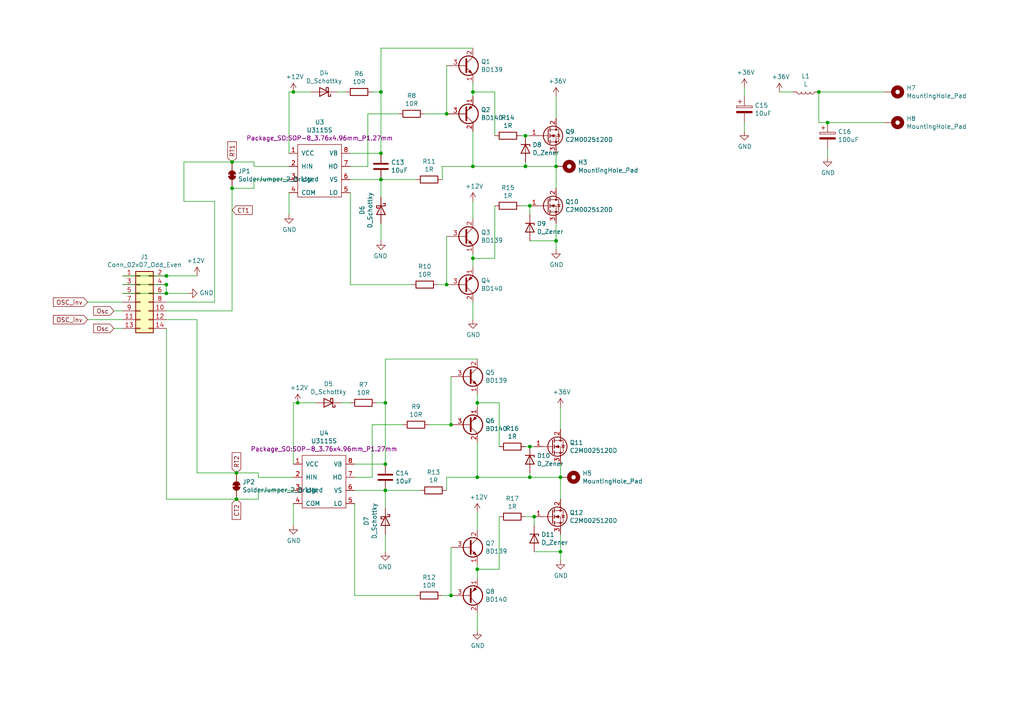
<source format=kicad_sch>
(kicad_sch (version 20231120) (generator "eeschema") (generator_version "8.0")
  (paper "A4")
  (title_block (title "H-Brücke 1") (date "2021-01-09") (rev "A1") (comment 1 "H-Brücke abgeleitet aus powerstage2"))
  (junction (at 162.56 160.02))
  (junction (at -113.03 90.17))
  (junction (at 85.09 26.67))
  (junction (at 73.66 -33.02))
  (junction (at 67.31 46.99))
  (junction (at 153.67 59.69))
  (junction (at 48.26 80.01))
  (junction (at 110.49 26.67))
  (junction (at 138.43 116.84))
  (junction (at 130.81 172.72))
  (junction (at 237.49 26.67))
  (junction (at 73.66 -26.67))
  (junction (at -144.78 99.06))
  (junction (at 137.16 48.26))
  (junction (at 137.16 74.93))
  (junction (at 161.29 69.85))
  (junction (at 152.4 39.37))
  (junction (at -39.37 -35.56))
  (junction (at 154.94 149.86))
  (junction (at 130.81 123.19))
  (junction (at 54.61 -26.67))
  (junction (at -143.51 73.66))
  (junction (at 161.29 48.26))
  (junction (at 111.76 116.84))
  (junction (at 88.9 -26.67))
  (junction (at 67.31 54.61))
  (junction (at 48.26 85.09))
  (junction (at -139.7 90.17))
  (junction (at 86.36 116.84))
  (junction (at 153.67 138.43))
  (junction (at 48.26 -26.67))
  (junction (at 111.76 142.24))
  (junction (at 110.49 52.07))
  (junction (at 129.54 82.55))
  (junction (at 137.16 26.67))
  (junction (at 48.26 82.55))
  (junction (at -91.44 100.33))
  (junction (at 111.76 134.62))
  (junction (at 83.82 -26.67))
  (junction (at -71.12 90.17))
  (junction (at 68.58 137.16))
  (junction (at 129.54 33.02))
  (junction (at 153.67 129.54))
  (junction (at 240.03 35.56))
  (junction (at 138.43 165.1))
  (junction (at 162.56 138.43))
  (junction (at -91.44 90.17))
  (junction (at 138.43 138.43))
  (junction (at 68.58 144.78))
  (junction (at 110.49 44.45))
  (junction (at 152.4 48.26))
  (junction (at -144.78 90.17))
  (wire (pts (xy 143.51 -22.86) (xy 143.51 -25.4)))
  (wire (pts (xy 162.56 138.43) (xy 162.56 134.62)))
  (wire (pts (xy -116.84 90.17) (xy -113.03 90.17)))
  (wire (pts (xy 143.51 59.69) (xy 143.51 74.93)))
  (wire (pts (xy 102.87 146.05) (xy 102.87 172.72)))
  (wire (pts (xy 73.66 -26.67) (xy 72.39 -26.67)))
  (wire (pts (xy 111.76 134.62) (xy 102.87 134.62)))
  (wire (pts (xy 57.15 92.71) (xy 57.15 137.16)))
  (wire (pts (xy 153.67 138.43) (xy 162.56 138.43)))
  (wire (pts (xy 240.03 35.56) (xy 256.54 35.56)))
  (wire (pts (xy 48.26 -25.4) (xy 48.26 -26.67)))
  (wire (pts (xy 137.16 26.67) (xy 137.16 27.94)))
  (wire (pts (xy 137.16 48.26) (xy 152.4 48.26)))
  (wire (pts (xy 110.49 64.77) (xy 110.49 69.85)))
  (wire (pts (xy 31.75 -24.13) (xy 31.75 -26.67)))
  (wire (pts (xy 144.78 149.86) (xy 144.78 165.1)))
  (wire (pts (xy 107.95 123.19) (xy 107.95 138.43)))
  (wire (pts (xy 110.49 44.45) (xy 101.6 44.45)))
  (wire (pts (xy 166.37 -24.13) (xy 166.37 -26.67)))
  (wire (pts (xy 48.26 144.78) (xy 68.58 144.78)))
  (wire (pts (xy 68.58 -36.83) (xy 73.66 -36.83)))
  (wire (pts (xy 73.66 46.99) (xy 67.31 46.99)))
  (wire (pts (xy 74.93 142.24) (xy 74.93 144.78)))
  (wire (pts (xy 48.26 80.01) (xy 57.15 80.01)))
  (wire (pts (xy 83.82 52.07) (xy 73.66 52.07)))
  (wire (pts (xy 137.16 26.67) (xy 143.51 26.67)))
  (wire (pts (xy 85.09 138.43) (xy 74.93 138.43)))
  (wire (pts (xy 25.4 92.71) (xy 35.56 92.71)))
  (wire (pts (xy 111.76 154.94) (xy 111.76 160.02)))
  (wire (pts (xy 12.7 -24.13) (xy 12.7 -26.67)))
  (wire (pts (xy 127 82.55) (xy 129.54 82.55)))
  (wire (pts (xy 162.56 144.78) (xy 162.56 138.43)))
  (wire (pts (xy 237.49 35.56) (xy 237.49 26.67)))
  (wire (pts (xy 74.93 137.16) (xy 68.58 137.16)))
  (wire (pts (xy 162.56 118.11) (xy 162.56 124.46)))
  (wire (pts (xy -2.54 -44.45) (xy -2.54 -46.99)))
  (wire (pts (xy 83.82 44.45) (xy 83.82 26.67)))
  (wire (pts (xy -52.07 -25.4) (xy -52.07 -35.56)))
  (wire (pts (xy 31.75 -13.97) (xy 31.75 -16.51)))
  (wire (pts (xy -91.44 90.17) (xy -91.44 100.33)))
  (wire (pts (xy 151.13 -25.4) (xy 151.13 -22.86)))
  (wire (pts (xy -91.44 100.33) (xy -86.36 100.33)))
  (wire (pts (xy -138.43 73.66) (xy -143.51 73.66)))
  (wire (pts (xy 86.36 116.84) (xy 91.44 116.84)))
  (wire (pts (xy 153.67 39.37) (xy 152.4 39.37)))
  (wire (pts (xy 83.82 48.26) (xy 73.66 48.26)))
  (wire (pts (xy 129.54 33.02) (xy 123.19 33.02)))
  (wire (pts (xy 162.56 160.02) (xy 154.94 160.02)))
  (wire (pts (xy 6.35 -24.13) (xy 6.35 -26.67)))
  (wire (pts (xy 154.94 152.4) (xy 154.94 149.86)))
  (wire (pts (xy -156.21 90.17) (xy -144.78 90.17)))
  (wire (pts (xy 6.35 -13.97) (xy 6.35 -16.51)))
  (wire (pts (xy 100.33 26.67) (xy 97.79 26.67)))
  (wire (pts (xy 53.34 58.42) (xy 53.34 46.99)))
  (wire (pts (xy -156.21 91.44) (xy -156.21 90.17)))
  (wire (pts (xy 162.56 162.56) (xy 162.56 160.02)))
  (wire (pts (xy 101.6 116.84) (xy 99.06 116.84)))
  (wire (pts (xy 128.27 172.72) (xy 130.81 172.72)))
  (wire (pts (xy 240.03 45.72) (xy 240.03 43.18)))
  (wire (pts (xy 48.26 -26.67) (xy 48.26 -27.94)))
  (wire (pts (xy 110.49 26.67) (xy 110.49 13.97)))
  (wire (pts (xy 129.54 138.43) (xy 129.54 142.24)))
  (wire (pts (xy 215.9 38.1) (xy 215.9 35.56)))
  (wire (pts (xy 143.51 74.93) (xy 137.16 74.93)))
  (wire (pts (xy 106.68 33.02) (xy 106.68 48.26)))
  (wire (pts (xy 73.66 -26.67) (xy 73.66 -24.13)))
  (wire (pts (xy 111.76 116.84) (xy 109.22 116.84)))
  (wire (pts (xy 102.87 172.72) (xy 120.65 172.72)))
  (wire (pts (xy -143.51 66.04) (xy -137.16 66.04)))
  (wire (pts (xy 73.66 52.07) (xy 73.66 54.61)))
  (wire (pts (xy -143.51 73.66) (xy -143.51 76.2)))
  (wire (pts (xy 137.16 92.71) (xy 137.16 87.63)))
  (wire (pts (xy -144.78 76.2) (xy -144.78 81.28)))
  (wire (pts (xy 215.9 25.4) (xy 215.9 27.94)))
  (wire (pts (xy 73.66 -33.02) (xy 73.66 -26.67)))
  (wire (pts (xy 111.76 134.62) (xy 111.76 116.84)))
  (wire (pts (xy -144.78 90.17) (xy -144.78 88.9)))
  (wire (pts (xy -113.03 90.17) (xy -113.03 100.33)))
  (wire (pts (xy -144.78 90.17) (xy -139.7 90.17)))
  (wire (pts (xy 158.75 -25.4) (xy 158.75 -22.86)))
  (wire (pts (xy 20.32 -46.99) (xy 20.32 -49.53)))
  (wire (pts (xy 54.61 85.09) (xy 48.26 85.09)))
  (wire (pts (xy 161.29 54.61) (xy 161.29 48.26)))
  (wire (pts (xy 54.61 -26.67) (xy 48.26 -26.67)))
  (wire (pts (xy -140.97 85.09) (xy -139.7 85.09)))
  (wire (pts (xy 161.29 69.85) (xy 153.67 69.85)))
  (wire (pts (xy 138.43 138.43) (xy 153.67 138.43)))
  (wire (pts (xy 144.78 165.1) (xy 138.43 165.1)))
  (wire (pts (xy 48.26 -15.24) (xy 48.26 -17.78)))
  (wire (pts (xy 88.9 -13.97) (xy 88.9 -16.51)))
  (wire (pts (xy 54.61 -26.67) (xy 54.61 -36.83)))
  (wire (pts (xy -71.12 100.33) (xy -71.12 90.17)))
  (wire (pts (xy 110.49 13.97) (xy 137.16 13.97)))
  (wire (pts (xy -139.7 85.09) (xy -139.7 90.17)))
  (wire (pts (xy 53.34 46.99) (xy 67.31 46.99)))
  (wire (pts (xy 226.06 26.67) (xy 229.87 26.67)))
  (wire (pts (xy 20.32 -36.83) (xy 20.32 -39.37)))
  (wire (pts (xy 152.4 46.99) (xy 152.4 48.26)))
  (wire (pts (xy 25.4 87.63) (xy 35.56 87.63)))
  (wire (pts (xy -139.7 90.17) (xy -132.08 90.17)))
  (wire (pts (xy 102.87 138.43) (xy 107.95 138.43)))
  (wire (pts (xy 151.13 39.37) (xy 152.4 39.37)))
  (wire (pts (xy 153.67 62.23) (xy 153.67 59.69)))
  (wire (pts (xy -143.51 66.04) (xy -143.51 73.66)))
  (wire (pts (xy -91.44 100.33) (xy -91.44 106.68)))
  (wire (pts (xy -71.12 90.17) (xy -68.58 90.17)))
  (wire (pts (xy 137.16 73.66) (xy 137.16 74.93)))
  (wire (pts (xy 127 -22.86) (xy 127 -25.4)))
  (wire (pts (xy 161.29 27.94) (xy 161.29 34.29)))
  (wire (pts (xy 101.6 52.07) (xy 110.49 52.07)))
  (wire (pts (xy 110.49 57.15) (xy 110.49 52.07)))
  (wire (pts (xy 48.26 82.55) (xy 48.26 85.09)))
  (wire (pts (xy 73.66 54.61) (xy 67.31 54.61)))
  (wire (pts (xy 137.16 74.93) (xy 137.16 77.47)))
  (wire (pts (xy 129.54 19.05) (xy 129.54 33.02)))
  (wire (pts (xy 85.09 134.62) (xy 85.09 116.84)))
  (wire (pts (xy -91.44 90.17) (xy -86.36 90.17)))
  (wire (pts (xy 138.43 163.83) (xy 138.43 165.1)))
  (wire (pts (xy 237.49 35.56) (xy 240.03 35.56)))
  (wire (pts (xy 161.29 72.39) (xy 161.29 69.85)))
  (wire (pts (xy -144.78 91.44) (xy -144.78 90.17)))
  (wire (pts (xy -93.98 100.33) (xy -91.44 100.33)))
  (wire (pts (xy 88.9 -26.67) (xy 83.82 -26.67)))
  (wire (pts (xy 88.9 -24.13) (xy 88.9 -26.67)))
  (wire (pts (xy -68.58 59.69) (xy -68.58 66.04)))
  (wire (pts (xy 57.15 137.16) (xy 68.58 137.16)))
  (wire (pts (xy 35.56 80.01) (xy 48.26 80.01)))
  (wire (pts (xy 161.29 48.26) (xy 161.29 44.45)))
  (wire (pts (xy 154.94 149.86) (xy 152.4 149.86)))
  (wire (pts (xy 138.43 116.84) (xy 144.78 116.84)))
  (wire (pts (xy 110.49 52.07) (xy 120.65 52.07)))
  (wire (pts (xy -113.03 69.85) (xy -120.65 69.85)))
  (wire (pts (xy 143.51 26.67) (xy 143.51 39.37)))
  (wire (pts (xy -52.07 -15.24) (xy -52.07 -17.78)))
  (wire (pts (xy 121.92 -22.86) (xy 121.92 -25.4)))
  (wire (pts (xy 129.54 82.55) (xy 129.54 68.58)))
  (wire (pts (xy 57.15 -26.67) (xy 54.61 -26.67)))
  (wire (pts (xy 74.93 138.43) (xy 74.93 137.16)))
  (wire (pts (xy 35.56 85.09) (xy 48.26 85.09)))
  (wire (pts (xy -12.7 -13.97) (xy -12.7 -16.51)))
  (wire (pts (xy 111.76 142.24) (xy 121.92 142.24)))
  (wire (pts (xy 110.49 44.45) (xy 110.49 26.67)))
  (wire (pts (xy 48.26 95.25) (xy 48.26 144.78)))
  (wire (pts (xy 154.94 129.54) (xy 153.67 129.54)))
  (wire (pts (xy 153.67 59.69) (xy 151.13 59.69)))
  (wire (pts (xy 83.82 -33.02) (xy 83.82 -26.67)))
  (wire (pts (xy 138.43 138.43) (xy 129.54 138.43)))
  (wire (pts (xy 153.67 137.16) (xy 153.67 138.43)))
  (wire (pts (xy 138.43 128.27) (xy 138.43 138.43)))
  (wire (pts (xy -2.54 -34.29) (xy -2.54 -36.83)))
  (wire (pts (xy 83.82 55.88) (xy 83.82 62.23)))
  (wire (pts (xy 166.37 -35.56) (xy 166.37 -34.29)))
  (wire (pts (xy 138.43 182.88) (xy 138.43 177.8)))
  (wire (pts (xy 101.6 82.55) (xy 119.38 82.55)))
  (wire (pts (xy -52.07 -35.56) (xy -39.37 -35.56)))
  (wire (pts (xy 73.66 48.26) (xy 73.66 46.99)))
  (wire (pts (xy 12.7 -13.97) (xy 12.7 -16.51)))
  (wire (pts (xy 85.09 142.24) (xy 74.93 142.24)))
  (wire (pts (xy 106.68 33.02) (xy 115.57 33.02)))
  (wire (pts (xy 137.16 24.13) (xy 137.16 26.67)))
  (wire (pts (xy 128.27 48.26) (xy 128.27 52.07)))
  (wire (pts (xy 162.56 160.02) (xy 162.56 154.94)))
  (wire (pts (xy 62.23 87.63) (xy 62.23 58.42)))
  (wire (pts (xy 85.09 26.67) (xy 90.17 26.67)))
  (wire (pts (xy 74.93 144.78) (xy 68.58 144.78)))
  (wire (pts (xy 85.09 116.84) (xy 86.36 116.84)))
  (wire (pts (xy 137.16 48.26) (xy 128.27 48.26)))
  (wire (pts (xy -143.51 76.2) (xy -144.78 76.2)))
  (wire (pts (xy 33.02 90.17) (xy 35.56 90.17)))
  (wire (pts (xy 48.26 90.17) (xy 67.31 90.17)))
  (wire (pts (xy 107.95 123.19) (xy 116.84 123.19)))
  (wire (pts (xy -113.03 100.33) (xy -109.22 100.33)))
  (wire (pts (xy 73.66 -26.67) (xy 76.2 -26.67)))
  (wire (pts (xy 85.09 146.05) (xy 85.09 152.4)))
  (wire (pts (xy 76.2 -33.02) (xy 73.66 -33.02)))
  (wire (pts (xy 161.29 69.85) (xy 161.29 64.77)))
  (wire (pts (xy 64.77 -13.97) (xy 64.77 -19.05)))
  (wire (pts (xy 137.16 38.1) (xy 137.16 48.26)))
  (wire (pts (xy 138.43 116.84) (xy 138.43 118.11)))
  (wire (pts (xy 166.37 -13.97) (xy 166.37 -16.51)))
  (wire (pts (xy -12.7 -24.13) (xy -12.7 -26.67)))
  (wire (pts (xy -39.37 -35.56) (xy -39.37 -36.83)))
  (wire (pts (xy 111.76 147.32) (xy 111.76 142.24)))
  (wire (pts (xy 137.16 58.42) (xy 137.16 63.5)))
  (wire (pts (xy 48.26 92.71) (xy 57.15 92.71)))
  (wire (pts (xy 35.56 82.55) (xy 48.26 82.55)))
  (wire (pts (xy 110.49 26.67) (xy 107.95 26.67)))
  (wire (pts (xy 138.43 114.3) (xy 138.43 116.84)))
  (wire (pts (xy 48.26 87.63) (xy 62.23 87.63)))
  (wire (pts (xy 101.6 48.26) (xy 106.68 48.26)))
  (wire (pts (xy 130.81 109.22) (xy 130.81 123.19)))
  (wire (pts (xy 101.6 55.88) (xy 101.6 82.55)))
  (wire (pts (xy -124.46 73.66) (xy -130.81 73.66)))
  (wire (pts (xy 130.81 172.72) (xy 130.81 158.75)))
  (wire (pts (xy 54.61 -36.83) (xy 60.96 -36.83)))
  (wire (pts (xy 62.23 58.42) (xy 53.34 58.42)))
  (wire (pts (xy 134.62 -22.86) (xy 134.62 -25.4)))
  (wire (pts (xy 138.43 165.1) (xy 138.43 167.64)))
  (wire (pts (xy 111.76 104.14) (xy 138.43 104.14)))
  (wire (pts (xy 111.76 116.84) (xy 111.76 104.14)))
  (wire (pts (xy 130.81 123.19) (xy 124.46 123.19)))
  (wire (pts (xy 33.02 95.25) (xy 35.56 95.25)))
  (wire (pts (xy -156.21 99.06) (xy -144.78 99.06)))
  (wire (pts (xy 102.87 142.24) (xy 111.76 142.24)))
  (wire (pts (xy -129.54 66.04) (xy -124.46 66.04)))
  (wire (pts (xy 152.4 48.26) (xy 161.29 48.26)))
  (wire (pts (xy -113.03 90.17) (xy -113.03 69.85)))
  (wire (pts (xy 138.43 148.59) (xy 138.43 153.67)))
  (wire (pts (xy 144.78 116.84) (xy 144.78 129.54)))
  (wire (pts (xy -113.03 90.17) (xy -109.22 90.17)))
  (wire (pts (xy 83.82 26.67) (xy 85.09 26.67)))
  (wire (pts (xy -93.98 90.17) (xy -91.44 90.17)))
  (wire (pts (xy -144.78 102.87) (xy -144.78 99.06)))
  (wire (pts (xy 73.66 -36.83) (xy 73.66 -33.02)))
  (wire (pts (xy 73.66 -13.97) (xy 73.66 -16.51)))
  (wire (pts (xy 67.31 54.61) (xy 67.31 90.17)))
  (wire (pts (xy -39.37 -5.08) (xy -39.37 -10.16)))
  (wire (pts (xy 152.4 129.54) (xy 153.67 129.54)))
  (wire (pts (xy 237.49 26.67) (xy 256.54 26.67)))
  (text "HCT7414 R=10k bis 100\nC=100nF f=1200Hz -120kHz\nC=150pF f= 420kHz - 1,7MHz" (at -140.97 115.57 0) (effects (font (size 1.27 1.27)) (justify left bottom)))
  (global_label "OSC_inv" (shape input) (at 25.4 92.71 180) (property "Intersheetrefs" "${INTERSHEET_REFS}" (effects (hide yes))))
  (global_label "Osc" (shape input) (at -91.44 106.68 0) (property "Intersheetrefs" "${INTERSHEET_REFS}" (effects (hide yes))))
  (global_label "CT2" (shape input) (at 68.58 144.78 270) (property "Intersheetrefs" "${INTERSHEET_REFS}" (effects (hide yes))))
  (global_label "Osc" (shape input) (at 33.02 95.25 180) (property "Intersheetrefs" "${INTERSHEET_REFS}" (effects (hide yes))))
  (global_label "CT1" (shape input) (at 67.31 60.96 0) (property "Intersheetrefs" "${INTERSHEET_REFS}" (effects (hide yes))))
  (global_label "RT2" (shape input) (at 68.58 137.16 90) (property "Intersheetrefs" "${INTERSHEET_REFS}" (effects (hide yes))))
  (global_label "OSC_inv" (shape input) (at -68.58 90.17 0) (property "Intersheetrefs" "${INTERSHEET_REFS}" (effects (hide yes))))
  (global_label "RT1" (shape input) (at 67.31 46.99 90) (property "Intersheetrefs" "${INTERSHEET_REFS}" (effects (hide yes))))
  (global_label "Osc" (shape input) (at 33.02 90.17 180) (property "Intersheetrefs" "${INTERSHEET_REFS}" (effects (hide yes))))
  (global_label "OSC_inv" (shape input) (at 25.4 87.63 180) (property "Intersheetrefs" "${INTERSHEET_REFS}" (effects (hide yes))))
  (symbol (lib_id "HBruecke2-rescue:GND-power") (at 6.35 -13.97 0) (mirror y) (unit 1)
    (property "Reference" "#PWR012" (effects (hide yes)))
    (property "Value" "GND" (at 6.223 -9.5758 0))
  )
  (symbol (lib_id "Device:C") (at 6.35 -20.32 0) (mirror y) (unit 1)
    (property "Reference" "C6" (at 3.429 -21.4884 0) (effects (justify left)))
    (property "Value" "100nF" (at 3.429 -19.177 0) (effects (justify left)))
    (property "Footprint" "Capacitor_SMD:C_0805_2012Metric_Pad1.18x1.45mm_HandSolder" (effects (hide yes)))
  )
  (symbol (lib_id "HBruecke2-rescue:+12V-power") (at 6.35 -26.67 0) (unit 1)
    (property "Reference" "#PWR011" (effects (hide yes)))
    (property "Value" "+12V" (at 6.731 -31.0642 0))
  )
  (symbol (lib_id "Mechanical:MountingHole_Pad") (at 259.08 26.67 270) (unit 1)
    (property "Reference" "H7" (at 262.89 25.5016 90) (effects (justify left)))
    (property "Value" "MountingHole_Pad" (at 262.89 27.813 90) (effects (justify left)))
    (property "Footprint" "MountingHole:MountingHole_2.5mm_Pad_Via" (effects (hide yes)))
  )
  (symbol (lib_id "Mechanical:MountingHole_Pad") (at 163.83 48.26 270) (unit 1)
    (property "Reference" "H3" (at 167.64 47.0916 90) (effects (justify left)))
    (property "Value" "MountingHole_Pad" (at 167.64 49.403 90) (effects (justify left)))
    (property "Footprint" "MountingHole:MountingHole_2.5mm_Pad_Via" (effects (hide yes)))
  )
  (symbol (lib_id "Mechanical:MountingHole_Pad") (at 151.13 -27.94 0) (unit 1)
    (property "Reference" "H4" (at 149.9616 -31.75 90) (effects (justify left)))
    (property "Value" "MountingHole_Pad" (at 152.273 -31.75 90) (effects (justify left)))
    (property "Footprint" "MountingHole:MountingHole_2.5mm_Pad_Via" (effects (hide yes)))
  )
  (symbol (lib_id "Mechanical:MountingHole_Pad") (at 143.51 -27.94 0) (unit 1)
    (property "Reference" "H2" (at 142.3416 -31.75 90) (effects (justify left)))
    (property "Value" "MountingHole_Pad" (at 144.653 -31.75 90) (effects (justify left)))
    (property "Footprint" "MountingHole:MountingHole_3.2mm_M3_DIN965_Pad" (effects (hide yes)))
  )
  (symbol (lib_id "HBruecke2-rescue:GND-power") (at 143.51 -22.86 0) (mirror y) (unit 1)
    (property "Reference" "#PWR042" (effects (hide yes)))
    (property "Value" "GND" (at 143.383 -18.4658 0))
  )
  (symbol (lib_id "HBruecke2-rescue:U3115S-arnd_eigen") (at 92.71 49.53 0) (unit 1)
    (property "Reference" "U3" (at 92.71 35.433 0))
    (property "Value" "U3115S" (at 92.71 37.7444 0))
    (property "Footprint" "Package_SO:SOP-8_3.76x4.96mm_P1.27mm" (at 92.71 40.0558 0))
  )
  (symbol (lib_id "Transistor_FET:C2M0025120D") (at 158.75 39.37 0) (unit 1)
    (property "Reference" "Q9" (at 163.9316 38.2016 0) (effects (justify left)))
    (property "Value" "C2M0025120D" (at 163.9316 40.513 0) (effects (justify left)))
    (property "Footprint" "Package_TO_SOT_THT:TO-247-3_Vertical" (effects (hide yes)))
    (property "Datasheet" "https://www.wolfspeed.com/media/downloads/161/C2M0025120D.pdf" (effects (hide yes)))
  )
  (symbol (lib_id "Transistor_FET:C2M0025120D") (at 158.75 59.69 0) (unit 1)
    (property "Reference" "Q10" (at 163.9316 58.5216 0) (effects (justify left)))
    (property "Value" "C2M0025120D" (at 163.9316 60.833 0) (effects (justify left)))
    (property "Footprint" "Package_TO_SOT_THT:TO-247-3_Vertical" (effects (hide yes)))
    (property "Datasheet" "https://www.wolfspeed.com/media/downloads/161/C2M0025120D.pdf" (effects (hide yes)))
  )
  (symbol (lib_id "Device:R") (at 119.38 33.02 270) (unit 1)
    (property "Reference" "R8" (at 119.38 27.7622 90))
    (property "Value" "10R" (at 119.38 30.0736 90))
    (property "Footprint" "Resistor_SMD:R_0805_2012Metric_Pad1.20x1.40mm_HandSolder" (effects (hide yes)))
  )
  (symbol (lib_id "Device:R") (at 123.19 82.55 270) (unit 1)
    (property "Reference" "R10" (at 123.19 77.2922 90))
    (property "Value" "10R" (at 123.19 79.6036 90))
    (property "Footprint" "Resistor_SMD:R_0805_2012Metric_Pad1.20x1.40mm_HandSolder" (effects (hide yes)))
  )
  (symbol (lib_id "Mechanical:MountingHole_Pad") (at 134.62 -27.94 0) (unit 1)
    (property "Reference" "H1" (at 133.4516 -31.75 90) (effects (justify left)))
    (property "Value" "MountingHole_Pad" (at 135.763 -31.75 90) (effects (justify left)))
    (property "Footprint" "MountingHole:MountingHole_3.2mm_M3_DIN965_Pad" (effects (hide yes)))
  )
  (symbol (lib_id "HBruecke2-rescue:GND-power") (at 134.62 -22.86 0) (mirror y) (unit 1)
    (property "Reference" "#PWR037" (effects (hide yes)))
    (property "Value" "GND" (at 134.493 -18.4658 0))
  )
  (symbol (lib_id "HBruecke2-rescue:+36V-power") (at 161.29 27.94 0) (unit 1)
    (property "Reference" "#PWR043" (effects (hide yes)))
    (property "Value" "+36V" (at 161.671 23.5458 0))
  )
  (symbol (lib_id "HBruecke2-rescue:GND-power") (at 161.29 72.39 0) (unit 1)
    (property "Reference" "#PWR044" (effects (hide yes)))
    (property "Value" "GND" (at 161.417 76.7842 0))
  )
  (symbol (lib_id "HBruecke2-rescue:GND-power") (at 83.82 62.23 0) (unit 1)
    (property "Reference" "#PWR029" (effects (hide yes)))
    (property "Value" "GND" (at 83.947 66.6242 0))
  )
  (symbol (lib_id "HBruecke2-rescue:+36V-power") (at 88.9 -26.67 0) (mirror y) (unit 1)
    (property "Reference" "#PWR033" (effects (hide yes)))
    (property "Value" "+36V" (at 88.519 -31.0642 0))
  )
  (symbol (lib_id "HBruecke2-rescue:+36V-power") (at 215.9 25.4 0) (unit 1)
    (property "Reference" "#PWR049" (effects (hide yes)))
    (property "Value" "+36V" (at 216.281 21.0058 0))
  )
  (symbol (lib_id "HBruecke2-rescue:GND-power") (at 215.9 38.1 0) (unit 1)
    (property "Reference" "#PWR050" (effects (hide yes)))
    (property "Value" "GND" (at 216.027 42.4942 0))
  )
  (symbol (lib_id "HBruecke2-rescue:GND-power") (at 88.9 -13.97 0) (mirror y) (unit 1)
    (property "Reference" "#PWR034" (effects (hide yes)))
    (property "Value" "GND" (at 88.773 -9.5758 0))
  )
  (symbol (lib_id "Device:C") (at 88.9 -20.32 0) (mirror y) (unit 1)
    (property "Reference" "C12" (at 85.979 -21.4884 0) (effects (justify left)))
    (property "Value" "100nF" (at 85.979 -19.177 0) (effects (justify left)))
    (property "Footprint" "Capacitor_SMD:C_0805_2012Metric_Pad1.15x1.40mm_HandSolder" (effects (hide yes)))
  )
  (symbol (lib_id "HBruecke2-rescue:CP-Device") (at 240.03 39.37 0) (unit 1)
    (property "Reference" "C16" (at 243.0272 38.2016 0) (effects (justify left)))
    (property "Value" "100uF" (at 243.0272 40.513 0) (effects (justify left)))
    (property "Footprint" "Capacitor_THT:CP_Radial_D22.0mm_P10.00mm_SnapIn" (effects (hide yes)))
  )
  (symbol (lib_id "HBruecke2-rescue:+12V-power") (at 48.26 -27.94 0) (mirror y) (unit 1)
    (property "Reference" "#PWR020" (effects (hide yes)))
    (property "Value" "+12V" (at 47.879 -32.3342 0))
  )
  (symbol (lib_id "HBruecke2-rescue:+12V-power") (at 12.7 -26.67 0) (unit 1)
    (property "Reference" "#PWR013" (effects (hide yes)))
    (property "Value" "+12V" (at 13.081 -31.0642 0))
  )
  (symbol (lib_id "HBruecke2-rescue:GND-power") (at 12.7 -13.97 0) (unit 1)
    (property "Reference" "#PWR014" (effects (hide yes)))
    (property "Value" "GND" (at 12.827 -9.5758 0))
  )
  (symbol (lib_id "HBruecke2-rescue:GND-power") (at 48.26 -15.24 0) (mirror y) (unit 1)
    (property "Reference" "#PWR021" (effects (hide yes)))
    (property "Value" "GND" (at 48.133 -10.8458 0))
  )
  (symbol (lib_id "Device:C") (at 48.26 -21.59 0) (mirror y) (unit 1)
    (property "Reference" "C10" (at 45.339 -22.7584 0) (effects (justify left)))
    (property "Value" "1uF" (at 45.339 -20.447 0) (effects (justify left)))
    (property "Footprint" "Capacitor_SMD:C_0805_2012Metric_Pad1.15x1.40mm_HandSolder" (effects (hide yes)))
  )
  (symbol (lib_id "HBruecke2-rescue:CP-Device") (at 12.7 -20.32 0) (unit 1)
    (property "Reference" "C7" (at 15.6972 -21.4884 0) (effects (justify left)))
    (property "Value" "100uF" (at 15.6972 -19.177 0) (effects (justify left)))
    (property "Footprint" "Capacitor_SMD:CP_Elec_10x10.5" (effects (hide yes)))
  )
  (symbol (lib_id "Device:C") (at 110.49 48.26 0) (unit 1)
    (property "Reference" "C13" (at 113.411 47.0916 0) (effects (justify left)))
    (property "Value" "10uF" (at 113.411 49.403 0) (effects (justify left)))
    (property "Footprint" "Capacitor_SMD:C_1210_3225Metric_Pad1.42x2.65mm_HandSolder" (effects (hide yes)))
  )
  (symbol (lib_id "Device:D_Schottky") (at 93.98 26.67 180) (unit 1)
    (property "Reference" "D4" (at 93.98 21.1836 0))
    (property "Value" "D_Schottky" (at 93.98 23.495 0))
    (property "Footprint" "Diode_SMD:D_SOD-123" (effects (hide yes)))
  )
  (symbol (lib_id "Jumper:SolderJumper_2_Bridged") (at 67.31 50.8 270) (unit 1)
    (property "Reference" "JP1" (at 69.0372 49.6316 90) (effects (justify left)))
    (property "Value" "SolderJumper_2_Bridged" (at 69.0372 51.943 90) (effects (justify left)))
    (property "Footprint" "Jumper:SolderJumper-2_P1.3mm_Open_RoundedPad1.0x1.5mm" (effects (hide yes)))
  )
  (symbol (lib_id "Regulator_Linear:L7812") (at 64.77 -26.67 0) (mirror y) (unit 1)
    (property "Reference" "U2" (at 64.77 -32.8168 0))
    (property "Value" "L7812" (at 64.77 -30.5054 0))
    (property "Footprint" "Package_TO_SOT_SMD:TO-252-2" (effects (hide yes)))
    (property "Datasheet" "http://www.st.com/content/ccc/resource/technical/document/datasheet/41/4f/b3/b0/12/d4/47/88/CD00000444.pdf/files/CD00000444.pdf/jcr:content/translations/en.CD00000444.pdf" (effects (hide yes)))
  )
  (symbol (lib_id "HBruecke2-rescue:GND-power") (at 64.77 -13.97 0) (mirror y) (unit 1)
    (property "Reference" "#PWR026" (effects (hide yes)))
    (property "Value" "GND" (at 64.643 -9.5758 0))
  )
  (symbol (lib_id "Device:D") (at 64.77 -36.83 180) (unit 1)
    (property "Reference" "D1" (at 64.77 -42.3164 0))
    (property "Value" "D" (at 64.77 -40.005 0))
    (property "Footprint" "Diode_SMD:D_0805_2012Metric_Pad1.15x1.40mm_HandSolder" (effects (hide yes)))
  )
  (symbol (lib_id "HBruecke2-rescue:+12V-power") (at 57.15 80.01 0) (mirror y) (unit 1)
    (property "Reference" "#PWR023" (effects (hide yes)))
    (property "Value" "+12V" (at 56.769 75.6158 0))
  )
  (symbol (lib_id "HBruecke2-rescue:GND-power") (at 54.61 85.09 90) (unit 1)
    (property "Reference" "#PWR022" (effects (hide yes)))
    (property "Value" "GND" (at 57.8612 84.963 90) (effects (justify right)))
  )
  (symbol (lib_id "Device:LED") (at 166.37 -20.32 270) (unit 1)
    (property "Reference" "D12" (at 168.3512 -21.6662 90) (effects (justify left)))
    (property "Value" "LED" (at 168.3512 -19.3548 90) (effects (justify left)))
    (property "Footprint" "LED_SMD:LED_0805_2012Metric_Pad1.15x1.40mm_HandSolder" (effects (hide yes)))
  )
  (symbol (lib_id "Device:R") (at 166.37 -30.48 0) (unit 1)
    (property "Reference" "R18" (at 168.148 -31.6484 0) (effects (justify left)))
    (property "Value" "10k" (at 168.148 -29.337 0) (effects (justify left)))
    (property "Footprint" "Resistor_SMD:R_0805_2012Metric_Pad1.20x1.40mm_HandSolder" (effects (hide yes)))
  )
  (symbol (lib_id "HBruecke2-rescue:GND-power") (at 166.37 -13.97 0) (unit 1)
    (property "Reference" "#PWR048" (effects (hide yes)))
    (property "Value" "GND" (at 166.497 -9.5758 0))
  )
  (symbol (lib_id "HBruecke2-rescue:+12V-power") (at 166.37 -35.56 0) (unit 1)
    (property "Reference" "#PWR047" (effects (hide yes)))
    (property "Value" "+12V" (at 166.751 -39.9542 0))
  )
  (symbol (lib_id "HBruecke2-rescue:+12V-power") (at 85.09 26.67 0) (unit 1)
    (property "Reference" "#PWR030" (effects (hide yes)))
    (property "Value" "+12V" (at 85.471 22.2758 0))
  )
  (symbol (lib_id "HBruecke2-rescue:R_POT_TRIM-Device") (at -124.46 69.85 0) (unit 1)
    (property "Reference" "Duty1" (at -126.238 68.6816 0) (effects (justify right)))
    (property "Value" "1k" (at -126.238 70.993 0) (effects (justify right)))
    (property "Footprint" "Potentiometer_THT:Potentiometer_Bourns_3296W_Vertical" (effects (hide yes)))
  )
  (symbol (lib_id "Device:C") (at -144.78 95.25 0) (unit 1)
    (property "Reference" "C2" (at -141.859 94.0816 0) (effects (justify left)))
    (property "Value" "100n" (at -141.859 96.393 0) (effects (justify left)))
    (property "Footprint" "Capacitor_SMD:C_0805_2012Metric_Pad1.18x1.45mm_HandSolder" (effects (hide yes)))
  )
  (symbol (lib_id "Transistor_BJT:BD139") (at 134.62 19.05 0) (unit 1)
    (property "Reference" "Q1" (at 139.4968 17.8816 0) (effects (justify left)))
    (property "Value" "BD139" (at 139.4968 20.193 0) (effects (justify left)))
    (property "Footprint" "Package_TO_SOT_THT:TO-126-3_Vertical" (effects (hide yes)))
    (property "Datasheet" "http://www.st.com/internet/com/TECHNICAL_RESOURCES/TECHNICAL_LITERATURE/DATASHEET/CD00001225.pdf" (effects (hide yes)))
  )
  (symbol (lib_id "Transistor_BJT:BD140") (at 134.62 33.02 0) (mirror x) (unit 1)
    (property "Reference" "Q2" (at 139.4968 31.8516 0) (effects (justify left)))
    (property "Value" "BD140" (at 139.4968 34.163 0) (effects (justify left)))
    (property "Footprint" "Package_TO_SOT_THT:TO-126-3_Vertical" (effects (hide yes)))
    (property "Datasheet" "http://www.st.com/internet/com/TECHNICAL_RESOURCES/TECHNICAL_LITERATURE/DATASHEET/CD00001225.pdf" (effects (hide yes)))
  )
  (symbol (lib_id "Transistor_BJT:BD139") (at 134.62 68.58 0) (unit 1)
    (property "Reference" "Q3" (at 139.4968 67.4116 0) (effects (justify left)))
    (property "Value" "BD139" (at 139.4968 69.723 0) (effects (justify left)))
    (property "Footprint" "Package_TO_SOT_THT:TO-126-3_Vertical" (effects (hide yes)))
    (property "Datasheet" "http://www.st.com/internet/com/TECHNICAL_RESOURCES/TECHNICAL_LITERATURE/DATASHEET/CD00001225.pdf" (effects (hide yes)))
  )
  (symbol (lib_id "Transistor_BJT:BD140") (at 134.62 82.55 0) (mirror x) (unit 1)
    (property "Reference" "Q4" (at 139.4968 81.3816 0) (effects (justify left)))
    (property "Value" "BD140" (at 139.4968 83.693 0) (effects (justify left)))
    (property "Footprint" "Package_TO_SOT_THT:TO-126-3_Vertical" (effects (hide yes)))
    (property "Datasheet" "http://www.st.com/internet/com/TECHNICAL_RESOURCES/TECHNICAL_LITERATURE/DATASHEET/CD00001225.pdf" (effects (hide yes)))
  )
  (symbol (lib_id "HBruecke2-rescue:GND-power") (at -144.78 102.87 0) (unit 1)
    (property "Reference" "#PWR01" (effects (hide yes)))
    (property "Value" "GND" (at -144.653 107.2642 0))
  )
  (symbol (lib_id "HBruecke2-rescue:GND-power") (at 137.16 92.71 0) (unit 1)
    (property "Reference" "#PWR039" (effects (hide yes)))
    (property "Value" "GND" (at 137.287 97.1042 0))
  )
  (symbol (lib_id "Device:D_Zener") (at 153.67 66.04 270) (unit 1)
    (property "Reference" "D9" (at 155.702 64.8716 90) (effects (justify left)))
    (property "Value" "D_Zener" (at 155.702 67.183 90) (effects (justify left)))
    (property "Footprint" "Diode_SMD:D_SOD-123" (effects (hide yes)))
  )
  (symbol (lib_id "Device:R") (at 147.32 39.37 270) (unit 1)
    (property "Reference" "R14" (at 147.32 34.1122 90))
    (property "Value" "1R" (at 147.32 36.4236 90))
    (property "Footprint" "Resistor_SMD:R_1206_3216Metric_Pad1.30x1.75mm_HandSolder" (effects (hide yes)))
  )
  (symbol (lib_id "Device:R") (at 147.32 59.69 270) (unit 1)
    (property "Reference" "R15" (at 147.32 54.4322 90))
    (property "Value" "1R" (at 147.32 56.7436 90))
    (property "Footprint" "Resistor_SMD:R_1206_3216Metric_Pad1.30x1.75mm_HandSolder" (effects (hide yes)))
  )
  (symbol (lib_id "Device:D_Zener") (at 152.4 43.18 270) (unit 1)
    (property "Reference" "D8" (at 154.432 42.0116 90) (effects (justify left)))
    (property "Value" "D_Zener" (at 154.432 44.323 90) (effects (justify left)))
    (property "Footprint" "Diode_SMD:D_SOD-123" (effects (hide yes)))
  )
  (symbol (lib_id "Device:D") (at 80.01 -33.02 0) (unit 1)
    (property "Reference" "D2" (at 80.01 -38.5318 0))
    (property "Value" "D" (at 80.01 -36.2204 0))
    (property "Footprint" "Diode_THT:D_A-405_P7.62mm_Horizontal" (effects (hide yes)))
  )
  (symbol (lib_id "Device:D") (at 80.01 -26.67 0) (unit 1)
    (property "Reference" "D3" (at 80.01 -21.1836 0))
    (property "Value" "D" (at 80.01 -23.495 0))
    (property "Footprint" "Diode_SMD:D_SOD-123" (effects (hide yes)))
  )
  (symbol (lib_id "HBruecke2-rescue:+12V-power") (at 137.16 58.42 0) (unit 1)
    (property "Reference" "#PWR038" (effects (hide yes)))
    (property "Value" "+12V" (at 137.541 54.0258 0))
  )
  (symbol (lib_id "HBruecke2-rescue:GND-power") (at 73.66 -13.97 0) (mirror y) (unit 1)
    (property "Reference" "#PWR027" (effects (hide yes)))
    (property "Value" "GND" (at 73.533 -9.5758 0))
  )
  (symbol (lib_id "Device:C") (at 73.66 -20.32 0) (mirror y) (unit 1)
    (property "Reference" "C11" (at 70.739 -21.4884 0) (effects (justify left)))
    (property "Value" "100nF" (at 70.739 -19.177 0) (effects (justify left)))
    (property "Footprint" "Capacitor_SMD:C_0805_2012Metric_Pad1.15x1.40mm_HandSolder" (effects (hide yes)))
  )
  (symbol (lib_id "HBruecke2-rescue:GND-power") (at 31.75 -13.97 0) (mirror y) (unit 1)
    (property "Reference" "#PWR018" (effects (hide yes)))
    (property "Value" "GND" (at 31.623 -9.5758 0))
  )
  (symbol (lib_id "Device:C") (at 31.75 -20.32 0) (mirror y) (unit 1)
    (property "Reference" "C9" (at 28.829 -21.4884 0) (effects (justify left)))
    (property "Value" "100nF" (at 28.829 -19.177 0) (effects (justify left)))
    (property "Footprint" "Capacitor_SMD:C_0805_2012Metric_Pad1.15x1.40mm_HandSolder" (effects (hide yes)))
  )
  (symbol (lib_id "HBruecke2-rescue:+12V-power") (at 31.75 -26.67 0) (unit 1)
    (property "Reference" "#PWR017" (effects (hide yes)))
    (property "Value" "+12V" (at 32.131 -31.0642 0))
  )
  (symbol (lib_id "HBruecke2-rescue:GND-power") (at 110.49 69.85 0) (mirror y) (unit 1)
    (property "Reference" "#PWR035" (effects (hide yes)))
    (property "Value" "GND" (at 110.363 74.2442 0))
  )
  (symbol (lib_id "Device:R") (at 104.14 26.67 270) (unit 1)
    (property "Reference" "R6" (at 104.14 21.4122 90))
    (property "Value" "10R" (at 104.14 23.7236 90))
    (property "Footprint" "Resistor_SMD:R_0805_2012Metric_Pad1.20x1.40mm_HandSolder" (effects (hide yes)))
  )
  (symbol (lib_id "Device:D_Schottky") (at 110.49 60.96 270) (unit 1)
    (property "Reference" "D6" (at 105.0036 60.96 0))
    (property "Value" "D_Schottky" (at 107.315 60.96 0))
    (property "Footprint" "Diode_SMD:D_SOD-123" (effects (hide yes)))
  )
  (symbol (lib_id "Device:R") (at 124.46 52.07 270) (unit 1)
    (property "Reference" "R11" (at 124.46 46.8122 90))
    (property "Value" "1R" (at 124.46 49.1236 90))
    (property "Footprint" "Resistor_SMD:R_1206_3216Metric_Pad1.30x1.75mm_HandSolder" (effects (hide yes)))
  )
  (symbol (lib_id "Device:D") (at -133.35 66.04 180) (unit 1)
    (property "Reference" "D14" (at -133.35 60.5536 0))
    (property "Value" "D" (at -133.35 62.865 0))
    (property "Footprint" "Diode_SMD:D_0805_2012Metric_Pad1.15x1.40mm_HandSolder" (effects (hide yes)))
  )
  (symbol (lib_id "HBruecke2-rescue:U3115S-arnd_eigen") (at 93.98 139.7 0) (unit 1)
    (property "Reference" "U4" (at 93.98 125.603 0))
    (property "Value" "U3115S" (at 93.98 127.9144 0))
    (property "Footprint" "Package_SO:SOP-8_3.76x4.96mm_P1.27mm" (at 93.98 130.2258 0))
  )
  (symbol (lib_id "Transistor_FET:C2M0025120D") (at 160.02 129.54 0) (unit 1)
    (property "Reference" "Q11" (at 165.2016 128.3716 0) (effects (justify left)))
    (property "Value" "C2M0025120D" (at 165.2016 130.683 0) (effects (justify left)))
    (property "Footprint" "Package_TO_SOT_THT:TO-247-3_Vertical" (effects (hide yes)))
    (property "Datasheet" "https://www.wolfspeed.com/media/downloads/161/C2M0025120D.pdf" (effects (hide yes)))
  )
  (symbol (lib_id "Device:R") (at 120.65 123.19 270) (unit 1)
    (property "Reference" "R9" (at 120.65 117.9322 90))
    (property "Value" "10R" (at 120.65 120.2436 90))
    (property "Footprint" "Resistor_SMD:R_0805_2012Metric_Pad1.20x1.40mm_HandSolder" (effects (hide yes)))
  )
  (symbol (lib_id "Device:R") (at 124.46 172.72 270) (unit 1)
    (property "Reference" "R12" (at 124.46 167.4622 90))
    (property "Value" "10R" (at 124.46 169.7736 90))
    (property "Footprint" "Resistor_SMD:R_0805_2012Metric_Pad1.20x1.40mm_HandSolder" (effects (hide yes)))
  )
  (symbol (lib_id "HBruecke2-rescue:+36V-power") (at 162.56 118.11 0) (unit 1)
    (property "Reference" "#PWR045" (effects (hide yes)))
    (property "Value" "+36V" (at 162.941 113.7158 0))
  )
  (symbol (lib_id "HBruecke2-rescue:GND-power") (at 162.56 162.56 0) (unit 1)
    (property "Reference" "#PWR046" (effects (hide yes)))
    (property "Value" "GND" (at 162.687 166.9542 0))
  )
  (symbol (lib_id "HBruecke2-rescue:GND-power") (at 85.09 152.4 0) (unit 1)
    (property "Reference" "#PWR031" (effects (hide yes)))
    (property "Value" "GND" (at 85.217 156.7942 0))
  )
  (symbol (lib_id "Device:C") (at 111.76 138.43 0) (unit 1)
    (property "Reference" "C14" (at 114.681 137.2616 0) (effects (justify left)))
    (property "Value" "10uF" (at 114.681 139.573 0) (effects (justify left)))
    (property "Footprint" "Capacitor_SMD:C_1210_3225Metric_Pad1.33x2.70mm_HandSolder" (effects (hide yes)))
  )
  (symbol (lib_id "Device:D_Schottky") (at 95.25 116.84 180) (unit 1)
    (property "Reference" "D5" (at 95.25 111.3536 0))
    (property "Value" "D_Schottky" (at 95.25 113.665 0))
    (property "Footprint" "Diode_SMD:D_SOD-123" (effects (hide yes)))
  )
  (symbol (lib_id "HBruecke2-rescue:+12V-power") (at 86.36 116.84 0) (unit 1)
    (property "Reference" "#PWR032" (effects (hide yes)))
    (property "Value" "+12V" (at 86.741 112.4458 0))
  )
  (symbol (lib_id "Mechanical:MountingHole_Pad") (at 259.08 35.56 270) (unit 1)
    (property "Reference" "H8" (at 262.89 34.3916 90) (effects (justify left)))
    (property "Value" "MountingHole_Pad" (at 262.89 36.703 90) (effects (justify left)))
    (property "Footprint" "MountingHole:MountingHole_2.5mm_Pad_Via" (effects (hide yes)))
  )
  (symbol (lib_id "Mechanical:MountingHole_Pad") (at 165.1 138.43 270) (unit 1)
    (property "Reference" "H5" (at 168.91 137.2616 90) (effects (justify left)))
    (property "Value" "MountingHole_Pad" (at 168.91 139.573 90) (effects (justify left)))
    (property "Footprint" "MountingHole:MountingHole_2.5mm_Pad_Via" (effects (hide yes)))
  )
  (symbol (lib_id "Mechanical:MountingHole_Pad") (at 158.75 -27.94 0) (unit 1)
    (property "Reference" "H6" (at 157.5816 -31.75 90) (effects (justify left)))
    (property "Value" "MountingHole_Pad" (at 159.893 -31.75 90) (effects (justify left)))
    (property "Footprint" "MountingHole:MountingHole_2.5mm_Pad_Via" (effects (hide yes)))
  )
  (symbol (lib_id "Device:R") (at 148.59 129.54 270) (unit 1)
    (property "Reference" "R16" (at 148.59 124.2822 90))
    (property "Value" "1R" (at 148.59 126.5936 90))
    (property "Footprint" "Resistor_SMD:R_1206_3216Metric_Pad1.30x1.75mm_HandSolder" (effects (hide yes)))
  )
  (symbol (lib_id "Device:R") (at 148.59 149.86 270) (unit 1)
    (property "Reference" "R17" (at 148.59 144.6022 90))
    (property "Value" "1R" (at 148.59 146.9136 90))
    (property "Footprint" "Resistor_SMD:R_1206_3216Metric_Pad1.30x1.75mm_HandSolder" (effects (hide yes)))
  )
  (symbol (lib_id "Transistor_BJT:BD139") (at 135.89 109.22 0) (unit 1)
    (property "Reference" "Q5" (at 140.7668 108.0516 0) (effects (justify left)))
    (property "Value" "BD139" (at 140.7668 110.363 0) (effects (justify left)))
    (property "Footprint" "Package_TO_SOT_THT:TO-126-3_Vertical" (effects (hide yes)))
    (property "Datasheet" "http://www.st.com/internet/com/TECHNICAL_RESOURCES/TECHNICAL_LITERATURE/DATASHEET/CD00001225.pdf" (effects (hide yes)))
  )
  (symbol (lib_id "Transistor_BJT:BD140") (at 135.89 123.19 0) (mirror x) (unit 1)
    (property "Reference" "Q6" (at 140.7668 122.0216 0) (effects (justify left)))
    (property "Value" "BD140" (at 140.7668 124.333 0) (effects (justify left)))
    (property "Footprint" "Package_TO_SOT_THT:TO-126-3_Vertical" (effects (hide yes)))
    (property "Datasheet" "http://www.st.com/internet/com/TECHNICAL_RESOURCES/TECHNICAL_LITERATURE/DATASHEET/CD00001225.pdf" (effects (hide yes)))
  )
  (symbol (lib_id "Transistor_BJT:BD139") (at 135.89 158.75 0) (unit 1)
    (property "Reference" "Q7" (at 140.7668 157.5816 0) (effects (justify left)))
    (property "Value" "BD139" (at 140.7668 159.893 0) (effects (justify left)))
    (property "Footprint" "Package_TO_SOT_THT:TO-126-3_Vertical" (effects (hide yes)))
    (property "Datasheet" "http://www.st.com/internet/com/TECHNICAL_RESOURCES/TECHNICAL_LITERATURE/DATASHEET/CD00001225.pdf" (effects (hide yes)))
  )
  (symbol (lib_id "Transistor_BJT:BD140") (at 135.89 172.72 0) (mirror x) (unit 1)
    (property "Reference" "Q8" (at 140.7668 171.5516 0) (effects (justify left)))
    (property "Value" "BD140" (at 140.7668 173.863 0) (effects (justify left)))
    (property "Footprint" "Package_TO_SOT_THT:TO-126-3_Vertical" (effects (hide yes)))
    (property "Datasheet" "http://www.st.com/internet/com/TECHNICAL_RESOURCES/TECHNICAL_LITERATURE/DATASHEET/CD00001225.pdf" (effects (hide yes)))
  )
  (symbol (lib_id "HBruecke2-rescue:GND-power") (at 138.43 182.88 0) (unit 1)
    (property "Reference" "#PWR041" (effects (hide yes)))
    (property "Value" "GND" (at 138.557 187.2742 0))
  )
  (symbol (lib_id "Device:D_Zener") (at 154.94 156.21 270) (unit 1)
    (property "Reference" "D11" (at 156.972 155.0416 90) (effects (justify left)))
    (property "Value" "D_Zener" (at 156.972 157.353 90) (effects (justify left)))
    (property "Footprint" "Diode_SMD:D_SOD-123" (effects (hide yes)))
  )
  (symbol (lib_id "Transistor_FET:C2M0025120D") (at 160.02 149.86 0) (unit 1)
    (property "Reference" "Q12" (at 165.2016 148.6916 0) (effects (justify left)))
    (property "Value" "C2M0025120D" (at 165.2016 151.003 0) (effects (justify left)))
    (property "Footprint" "Package_TO_SOT_THT:TO-247-3_Vertical" (effects (hide yes)))
    (property "Datasheet" "https://www.wolfspeed.com/media/downloads/161/C2M0025120D.pdf" (effects (hide yes)))
  )
  (symbol (lib_id "Device:D_Zener") (at 153.67 133.35 270) (unit 1)
    (property "Reference" "D10" (at 155.702 132.1816 90) (effects (justify left)))
    (property "Value" "D_Zener" (at 155.702 134.493 90) (effects (justify left)))
    (property "Footprint" "Diode_SMD:D_SOD-123" (effects (hide yes)))
  )
  (symbol (lib_id "HBruecke2-rescue:+12V-power") (at 138.43 148.59 0) (unit 1)
    (property "Reference" "#PWR040" (effects (hide yes)))
    (property "Value" "+12V" (at 138.811 144.1958 0))
  )
  (symbol (lib_id "HBruecke2-rescue:GND-power") (at 111.76 160.02 0) (mirror y) (unit 1)
    (property "Reference" "#PWR036" (effects (hide yes)))
    (property "Value" "GND" (at 111.633 164.4142 0))
  )
  (symbol (lib_id "Device:D_Schottky") (at 111.76 151.13 270) (unit 1)
    (property "Reference" "D7" (at 106.2736 151.13 0))
    (property "Value" "D_Schottky" (at 108.585 151.13 0))
    (property "Footprint" "Diode_SMD:D_SOD-123" (effects (hide yes)))
  )
  (symbol (lib_id "Device:R") (at 125.73 142.24 270) (unit 1)
    (property "Reference" "R13" (at 125.73 136.9822 90))
    (property "Value" "1R" (at 125.73 139.2936 90))
    (property "Footprint" "Resistor_SMD:R_1206_3216Metric_Pad1.30x1.75mm_HandSolder" (effects (hide yes)))
  )
  (symbol (lib_id "Device:R") (at 105.41 116.84 270) (unit 1)
    (property "Reference" "R7" (at 105.41 111.5822 90))
    (property "Value" "10R" (at 105.41 113.8936 90))
    (property "Footprint" "Resistor_SMD:R_0805_2012Metric_Pad1.20x1.40mm_HandSolder" (effects (hide yes)))
  )
  (symbol (lib_id "Device:D") (at -134.62 73.66 0) (unit 1)
    (property "Reference" "D13" (at -134.62 79.1464 0))
    (property "Value" "D" (at -134.62 76.835 0))
    (property "Footprint" "Diode_SMD:D_0805_2012Metric_Pad1.15x1.40mm_HandSolder" (effects (hide yes)))
  )
  (symbol (lib_id "Device:L") (at 233.68 26.67 270) (unit 1)
    (property "Reference" "L1" (at 233.68 22.0726 90))
    (property "Value" "L" (at 233.68 24.384 90))
    (property "Footprint" "Inductor_THT:L_Toroid_Vertical_L16.3mm_W7.1mm_P7.11mm_Pulse_H" (effects (hide yes)))
  )
  (symbol (lib_id "HBruecke2-rescue:+36V-power") (at 226.06 26.67 0) (unit 1)
    (property "Reference" "#PWR051" (effects (hide yes)))
    (property "Value" "+36V" (at 226.441 22.2758 0))
  )
  (symbol (lib_id "HBruecke2-rescue:R_POT_TRIM-Device") (at -144.78 85.09 0) (unit 1)
    (property "Reference" "Freq.1" (at -146.558 83.9216 0) (effects (justify right)))
    (property "Value" "10k" (at -146.558 86.233 0) (effects (justify right)))
    (property "Footprint" "Potentiometer_THT:Potentiometer_Bourns_3296W_Vertical" (effects (hide yes)))
  )
  (symbol (lib_id "Jumper:SolderJumper_2_Bridged") (at 68.58 140.97 270) (unit 1)
    (property "Reference" "JP2" (at 70.3072 139.8016 90) (effects (justify left)))
    (property "Value" "SolderJumper_2_Bridged" (at 70.3072 142.113 90) (effects (justify left)))
    (property "Footprint" "Jumper:SolderJumper-2_P1.3mm_Open_RoundedPad1.0x1.5mm" (effects (hide yes)))
  )
  (symbol (lib_id "4xxx:40106") (at -124.46 90.17 0) (unit 1)
    (property "Reference" "U1" (at -124.46 82.1182 0))
    (property "Value" "40106" (at -124.46 84.4296 0))
    (property "Footprint" "Package_SO:SO-14_3.9x8.65mm_P1.27mm" (effects (hide yes)))
    (property "Datasheet" "https://assets.nexperia.com/documents/data-sheet/HEF40106B.pdf" (effects (hide yes)))
  )
  (symbol (lib_id "4xxx:40106") (at -101.6 90.17 0) (unit 2)
    (property "Reference" "U1" (at -101.6 82.1182 0))
    (property "Value" "40106" (at -101.6 84.4296 0))
    (property "Footprint" "Package_SO:SO-14_3.9x8.65mm_P1.27mm" (effects (hide yes)))
    (property "Datasheet" "https://assets.nexperia.com/documents/data-sheet/HEF40106B.pdf" (effects (hide yes)))
  )
  (symbol (lib_id "4xxx:40106") (at -101.6 100.33 0) (unit 3)
    (property "Reference" "U1" (at -101.6 92.2782 0))
    (property "Value" "40106" (at -101.6 94.5896 0))
    (property "Footprint" "Package_SO:SO-14_3.9x8.65mm_P1.27mm" (effects (hide yes)))
    (property "Datasheet" "https://assets.nexperia.com/documents/data-sheet/HEF40106B.pdf" (effects (hide yes)))
  )
  (symbol (lib_id "4xxx:40106") (at -78.74 90.17 0) (unit 4)
    (property "Reference" "U1" (at -78.74 82.1182 0))
    (property "Value" "40106" (at -78.74 84.4296 0))
    (property "Footprint" "Package_SO:SO-14_3.9x8.65mm_P1.27mm" (effects (hide yes)))
    (property "Datasheet" "https://assets.nexperia.com/documents/data-sheet/HEF40106B.pdf" (effects (hide yes)))
  )
  (symbol (lib_id "4xxx:40106") (at -78.74 100.33 0) (unit 5)
    (property "Reference" "U1" (at -78.74 92.2782 0))
    (property "Value" "40106" (at -78.74 94.5896 0))
    (property "Footprint" "Package_SO:SO-14_3.9x8.65mm_P1.27mm" (effects (hide yes)))
    (property "Datasheet" "https://assets.nexperia.com/documents/data-sheet/HEF40106B.pdf" (effects (hide yes)))
  )
  (symbol (lib_id "4xxx:40106") (at -60.96 59.69 0) (unit 6)
    (property "Reference" "U1" (at -60.96 51.6382 0))
    (property "Value" "40106" (at -60.96 53.9496 0))
    (property "Footprint" "Package_SO:SO-14_3.9x8.65mm_P1.27mm" (effects (hide yes)))
    (property "Datasheet" "https://assets.nexperia.com/documents/data-sheet/HEF40106B.pdf" (effects (hide yes)))
  )
  (symbol (lib_id "4xxx:40106") (at -39.37 -22.86 0) (unit 7)
    (property "Reference" "U1" (at -33.528 -24.0284 0) (effects (justify left)))
    (property "Value" "40106" (at -33.528 -21.717 0) (effects (justify left)))
    (property "Footprint" "Package_SO:SO-14_3.9x8.65mm_P1.27mm" (effects (hide yes)))
    (property "Datasheet" "https://assets.nexperia.com/documents/data-sheet/HEF40106B.pdf" (effects (hide yes)))
  )
  (symbol (lib_id "Device:C") (at -156.21 95.25 0) (unit 1)
    (property "Reference" "C1" (at -153.289 94.0816 0) (effects (justify left)))
    (property "Value" "100n" (at -153.289 96.393 0) (effects (justify left)))
    (property "Footprint" "Capacitor_THT:C_Axial_L3.8mm_D2.6mm_P7.50mm_Horizontal" (effects (hide yes)))
  )
  (symbol (lib_id "HBruecke2-rescue:GND-power") (at 151.13 -22.86 0) (mirror y) (unit 1)
    (property "Reference" "#PWR0101" (effects (hide yes)))
    (property "Value" "GND" (at 151.003 -18.4658 0))
  )
  (symbol (lib_id "HBruecke2-rescue:GND-power") (at -68.58 66.04 0) (unit 1)
    (property "Reference" "#PWR06" (effects (hide yes)))
    (property "Value" "GND" (at -68.453 70.4342 0))
  )
  (symbol (lib_id "HBruecke2-rescue:GND-power") (at 158.75 -22.86 0) (mirror y) (unit 1)
    (property "Reference" "#PWR0102" (effects (hide yes)))
    (property "Value" "GND" (at 158.623 -18.4658 0))
  )
  (symbol (lib_id "Connector_Generic:Conn_02x07_Odd_Even") (at 40.64 87.63 0) (unit 1)
    (property "Reference" "J1" (at 41.91 74.4982 0))
    (property "Value" "Conn_02x07_Odd_Even" (at 41.91 76.8096 0))
    (property "Footprint" "Connector_PinHeader_2.54mm:PinHeader_2x07_P2.54mm_Vertical" (effects (hide yes)))
  )
  (symbol (lib_id "Mechanical:MountingHole_Pad") (at 127 -27.94 0) (unit 1)
    (property "Reference" "H10" (at 125.8316 -31.75 90) (effects (justify left)))
    (property "Value" "MountingHole_Pad" (at 128.143 -31.75 90) (effects (justify left)))
    (property "Footprint" "TestPoint:TestPoint_THTPad_D2.5mm_Drill1.2mm" (effects (hide yes)))
  )
  (symbol (lib_id "Mechanical:MountingHole_Pad") (at 121.92 -27.94 0) (unit 1)
    (property "Reference" "H9" (at 120.7516 -31.75 90) (effects (justify left)))
    (property "Value" "MountingHole_Pad" (at 123.063 -31.75 90) (effects (justify left)))
    (property "Footprint" "TestPoint:TestPoint_THTPad_D2.5mm_Drill1.2mm" (effects (hide yes)))
  )
  (symbol (lib_id "HBruecke2-rescue:GND-power") (at 127 -22.86 0) (mirror y) (unit 1)
    (property "Reference" "#PWR0103" (effects (hide yes)))
    (property "Value" "GND" (at 126.873 -18.4658 0))
  )
  (symbol (lib_id "HBruecke2-rescue:GND-power") (at 121.92 -22.86 0) (mirror y) (unit 1)
    (property "Reference" "#PWR0104" (effects (hide yes)))
    (property "Value" "GND" (at 121.793 -18.4658 0))
  )
  (symbol (lib_id "HBruecke2-rescue:GND-power") (at -52.07 -15.24 0) (mirror y) (unit 1)
    (property "Reference" "#PWR02" (effects (hide yes)))
    (property "Value" "GND" (at -52.197 -10.8458 0))
  )
  (symbol (lib_id "Device:C") (at -52.07 -21.59 0) (mirror y) (unit 1)
    (property "Reference" "C3" (at -54.991 -22.7584 0) (effects (justify left)))
    (property "Value" "100nF" (at -54.991 -20.447 0) (effects (justify left)))
    (property "Footprint" "Capacitor_SMD:C_0805_2012Metric_Pad1.18x1.45mm_HandSolder" (effects (hide yes)))
  )
  (symbol (lib_id "HBruecke2-rescue:GND-power") (at -2.54 -34.29 0) (mirror y) (unit 1)
    (property "Reference" "#PWR010" (effects (hide yes)))
    (property "Value" "GND" (at -2.667 -29.8958 0))
  )
  (symbol (lib_id "Device:C") (at -2.54 -40.64 0) (mirror y) (unit 1)
    (property "Reference" "C5" (at -5.461 -41.8084 0) (effects (justify left)))
    (property "Value" "100nF" (at -5.461 -39.497 0) (effects (justify left)))
    (property "Footprint" "Capacitor_SMD:C_0805_2012Metric_Pad1.18x1.45mm_HandSolder" (effects (hide yes)))
  )
  (symbol (lib_id "HBruecke2-rescue:+12V-power") (at -2.54 -46.99 0) (unit 1)
    (property "Reference" "#PWR09" (effects (hide yes)))
    (property "Value" "+12V" (at -2.159 -51.3842 0))
  )
  (symbol (lib_id "HBruecke2-rescue:GND-power") (at -39.37 -5.08 0) (unit 1)
    (property "Reference" "#PWR03" (effects (hide yes)))
    (property "Value" "GND" (at -39.243 -0.6858 0))
  )
  (symbol (lib_id "HBruecke2-rescue:+12V-power") (at -39.37 -36.83 0) (unit 1)
    (property "Reference" "#PWR05" (effects (hide yes)))
    (property "Value" "+12V" (at -38.989 -41.2242 0))
  )
  (symbol (lib_id "HBruecke2-rescue:GND-power") (at 240.03 45.72 0) (unit 1)
    (property "Reference" "#PWR052" (effects (hide yes)))
    (property "Value" "GND" (at 240.157 50.1142 0))
  )
  (symbol (lib_id "HBruecke2-rescue:CP-Device") (at 215.9 31.75 0) (unit 1)
    (property "Reference" "C15" (at 218.8972 30.5816 0) (effects (justify left)))
    (property "Value" "10uF" (at 218.8972 32.893 0) (effects (justify left)))
    (property "Footprint" "Capacitor_THT:C_Rect_L28.0mm_W10.0mm_P22.50mm_MKS4" (effects (hide yes)))
  )
  (symbol (lib_id "Device:C") (at -12.7 -20.32 0) (unit 1)
    (property "Reference" "C4" (at -9.779 -21.4884 0) (effects (justify left)))
    (property "Value" "10uF" (at -9.779 -19.177 0) (effects (justify left)))
    (property "Footprint" "Capacitor_SMD:C_1210_3225Metric_Pad1.33x2.70mm_HandSolder" (effects (hide yes)))
  )
  (symbol (lib_id "HBruecke2-rescue:GND-power") (at -12.7 -13.97 0) (mirror y) (unit 1)
    (property "Reference" "#PWR08" (effects (hide yes)))
    (property "Value" "GND" (at -12.827 -9.5758 0))
  )
  (symbol (lib_id "HBruecke2-rescue:+12V-power") (at -12.7 -26.67 0) (unit 1)
    (property "Reference" "#PWR07" (effects (hide yes)))
    (property "Value" "+12V" (at -12.319 -31.0642 0))
  )
  (symbol (lib_id "HBruecke2-rescue:+12V-power") (at 20.32 -49.53 0) (unit 1)
    (property "Reference" "#PWR015" (effects (hide yes)))
    (property "Value" "+12V" (at 20.701 -53.9242 0))
  )
  (symbol (lib_id "HBruecke2-rescue:GND-power") (at 20.32 -36.83 0) (unit 1)
    (property "Reference" "#PWR016" (effects (hide yes)))
    (property "Value" "GND" (at 20.447 -32.4358 0))
  )
  (symbol (lib_id "HBruecke2-rescue:CP-Device") (at 20.32 -43.18 0) (unit 1)
    (property "Reference" "C8" (at 23.3172 -44.3484 0) (effects (justify left)))
    (property "Value" "100uF" (at 23.3172 -42.037 0) (effects (justify left)))
    (property "Footprint" "Capacitor_SMD:CP_Elec_10x10.5" (effects (hide yes)))
  )
)
</source>
